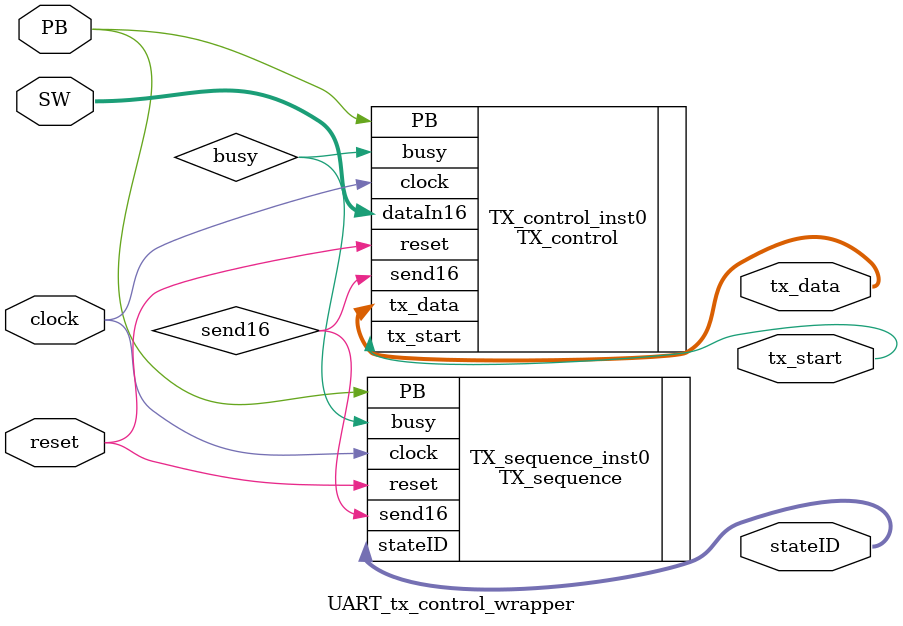
<source format=sv>
module UART_tx_control_wrapper
#(	parameter INTER_BYTE_DELAY = 1000000,
    parameter WAIT_FOR_REGISTER_DELAY = 100
)(
	input  logic           clock,
    input  logic           reset,
    input  logic           PB,
    input  logic [15:0]    SW,
    output logic [7:0]     tx_data,
    output logic           tx_start,
    output logic [5:0]     stateID
    );

logic send16, busy;

TX_control 
#(  .INTER_BYTE_DELAY (INTER_BYTE_DELAY),
    .WAIT_FOR_REGISTER_DELAY (WAIT_FOR_REGISTER_DELAY)
)TX_control_inst0
(
	.clock (clock),
	.reset (reset),
	.PB (PB),
	.send16 (send16),
	.dataIn16 (SW),
	.tx_data (tx_data),
	.tx_start (tx_start),
	.busy (busy)
    );

TX_sequence TX_sequence_inst0 
(
	.clock (clock),
	.reset (reset),
	.PB (PB),
	.send16 (send16),
	.busy (busy),
	.stateID(stateID)
    );

endmodule
</source>
